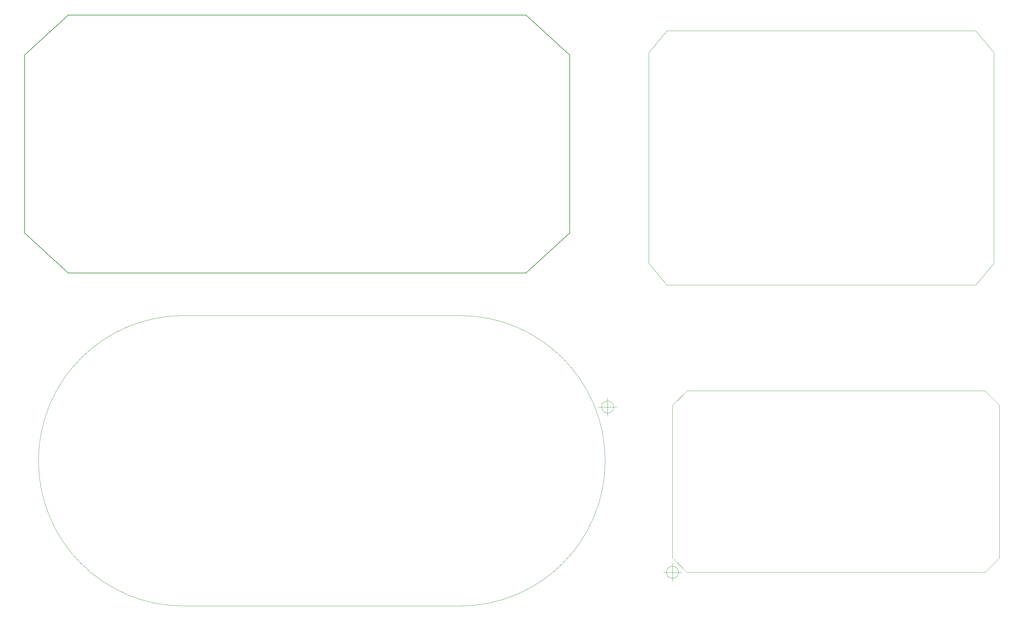
<source format=gm1>
G04 #@! TF.FileFunction,Profile,NP*
%FSLAX46Y46*%
G04 Gerber Fmt 4.6, Leading zero omitted, Abs format (unit mm)*
G04 Created by KiCad (PCBNEW 4.0.6) date 2017 August 07, Monday 22:44:53*
%MOMM*%
%LPD*%
G01*
G04 APERTURE LIST*
%ADD10C,0.100000*%
%ADD11C,0.150000*%
G04 APERTURE END LIST*
D10*
D11*
X155769000Y-18645000D02*
X167769000Y-29645000D01*
X29769000Y-18645000D02*
X155769000Y-18645000D01*
X17769000Y-29641800D02*
X29769000Y-18645000D01*
X17769000Y-78645000D02*
X17769000Y-29645000D01*
X29769000Y-89645000D02*
X17769000Y-78645000D01*
X155769000Y-89645000D02*
X29769000Y-89645000D01*
X167769000Y-78645000D02*
X155769000Y-89645000D01*
X167769000Y-29645000D02*
X167769000Y-78645000D01*
D10*
X61562000Y-181402000D02*
X137562000Y-181402000D01*
X61562000Y-101402000D02*
X137562000Y-101402000D01*
X61562000Y-181402000D02*
G75*
G02X61562000Y-101402000I0J40000000D01*
G01*
X137562000Y-181402000D02*
G75*
G03X137562000Y-101402000I0J40000000D01*
G01*
X179888306Y-126593600D02*
G75*
G03X179888306Y-126593600I-1666666J0D01*
G01*
X175721640Y-126593600D02*
X180721640Y-126593600D01*
X178221640Y-124093600D02*
X178221640Y-129093600D01*
X197758666Y-172129000D02*
G75*
G03X197758666Y-172129000I-1666666J0D01*
G01*
X193592000Y-172129000D02*
X198592000Y-172129000D01*
X196092000Y-169629000D02*
X196092000Y-174629000D01*
X200092000Y-122129000D02*
X196092000Y-126129000D01*
X282092000Y-122129000D02*
X200092000Y-122129000D01*
X286092000Y-126129000D02*
X282092000Y-122129000D01*
X286092000Y-168129000D02*
X286092000Y-126129000D01*
X286092000Y-168129000D02*
X282092000Y-172129000D01*
X200092000Y-172129000D02*
X282092000Y-172129000D01*
X196092000Y-168129000D02*
X200092000Y-172129000D01*
X196092000Y-126129000D02*
X196092000Y-168129000D01*
X279573000Y-22976000D02*
X194573000Y-22976000D01*
X284573000Y-28976000D02*
X279573000Y-22976000D01*
X284573000Y-86976000D02*
X284573000Y-28976000D01*
X279573000Y-92976000D02*
X284573000Y-86976000D01*
X194573000Y-92976000D02*
X279573000Y-92976000D01*
X194573000Y-92976000D02*
X189573000Y-86976000D01*
X189573000Y-28976000D02*
X189573000Y-86976000D01*
X189573000Y-28976000D02*
X194573000Y-22976000D01*
M02*

</source>
